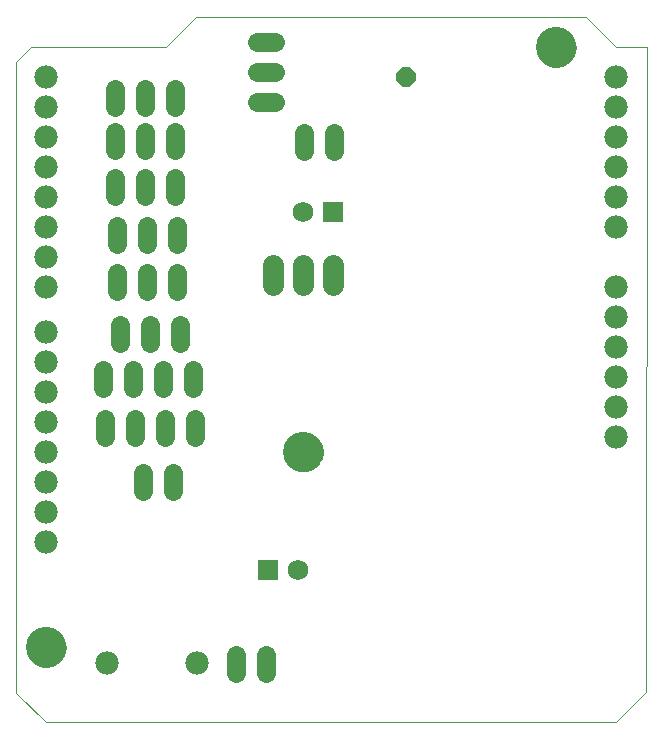
<source format=gbs>
G75*
G70*
%OFA0B0*%
%FSLAX24Y24*%
%IPPOS*%
%LPD*%
%AMOC8*
5,1,8,0,0,1.08239X$1,22.5*
%
%ADD10C,0.0000*%
%ADD11C,0.0780*%
%ADD12C,0.1340*%
%ADD13C,0.0640*%
%ADD14OC8,0.0640*%
%ADD15R,0.0690X0.0690*%
%ADD16C,0.0690*%
%ADD17C,0.0700*%
D10*
X000500Y007222D02*
X001500Y006252D01*
X020500Y006252D01*
X021500Y007252D01*
X021520Y028748D01*
X020504Y028748D01*
X019500Y029752D01*
X006500Y029752D01*
X005500Y028752D01*
X001000Y028752D01*
X000490Y028248D01*
X000500Y007222D01*
X000850Y008752D02*
X000852Y008802D01*
X000858Y008852D01*
X000868Y008902D01*
X000881Y008950D01*
X000898Y008998D01*
X000919Y009044D01*
X000943Y009088D01*
X000971Y009130D01*
X001002Y009170D01*
X001036Y009207D01*
X001073Y009242D01*
X001112Y009273D01*
X001153Y009302D01*
X001197Y009327D01*
X001243Y009349D01*
X001290Y009367D01*
X001338Y009381D01*
X001387Y009392D01*
X001437Y009399D01*
X001487Y009402D01*
X001538Y009401D01*
X001588Y009396D01*
X001638Y009387D01*
X001686Y009375D01*
X001734Y009358D01*
X001780Y009338D01*
X001825Y009315D01*
X001868Y009288D01*
X001908Y009258D01*
X001946Y009225D01*
X001981Y009189D01*
X002014Y009150D01*
X002043Y009109D01*
X002069Y009066D01*
X002092Y009021D01*
X002111Y008974D01*
X002126Y008926D01*
X002138Y008877D01*
X002146Y008827D01*
X002150Y008777D01*
X002150Y008727D01*
X002146Y008677D01*
X002138Y008627D01*
X002126Y008578D01*
X002111Y008530D01*
X002092Y008483D01*
X002069Y008438D01*
X002043Y008395D01*
X002014Y008354D01*
X001981Y008315D01*
X001946Y008279D01*
X001908Y008246D01*
X001868Y008216D01*
X001825Y008189D01*
X001780Y008166D01*
X001734Y008146D01*
X001686Y008129D01*
X001638Y008117D01*
X001588Y008108D01*
X001538Y008103D01*
X001487Y008102D01*
X001437Y008105D01*
X001387Y008112D01*
X001338Y008123D01*
X001290Y008137D01*
X001243Y008155D01*
X001197Y008177D01*
X001153Y008202D01*
X001112Y008231D01*
X001073Y008262D01*
X001036Y008297D01*
X001002Y008334D01*
X000971Y008374D01*
X000943Y008416D01*
X000919Y008460D01*
X000898Y008506D01*
X000881Y008554D01*
X000868Y008602D01*
X000858Y008652D01*
X000852Y008702D01*
X000850Y008752D01*
X009420Y015272D02*
X009422Y015322D01*
X009428Y015372D01*
X009438Y015422D01*
X009451Y015470D01*
X009468Y015518D01*
X009489Y015564D01*
X009513Y015608D01*
X009541Y015650D01*
X009572Y015690D01*
X009606Y015727D01*
X009643Y015762D01*
X009682Y015793D01*
X009723Y015822D01*
X009767Y015847D01*
X009813Y015869D01*
X009860Y015887D01*
X009908Y015901D01*
X009957Y015912D01*
X010007Y015919D01*
X010057Y015922D01*
X010108Y015921D01*
X010158Y015916D01*
X010208Y015907D01*
X010256Y015895D01*
X010304Y015878D01*
X010350Y015858D01*
X010395Y015835D01*
X010438Y015808D01*
X010478Y015778D01*
X010516Y015745D01*
X010551Y015709D01*
X010584Y015670D01*
X010613Y015629D01*
X010639Y015586D01*
X010662Y015541D01*
X010681Y015494D01*
X010696Y015446D01*
X010708Y015397D01*
X010716Y015347D01*
X010720Y015297D01*
X010720Y015247D01*
X010716Y015197D01*
X010708Y015147D01*
X010696Y015098D01*
X010681Y015050D01*
X010662Y015003D01*
X010639Y014958D01*
X010613Y014915D01*
X010584Y014874D01*
X010551Y014835D01*
X010516Y014799D01*
X010478Y014766D01*
X010438Y014736D01*
X010395Y014709D01*
X010350Y014686D01*
X010304Y014666D01*
X010256Y014649D01*
X010208Y014637D01*
X010158Y014628D01*
X010108Y014623D01*
X010057Y014622D01*
X010007Y014625D01*
X009957Y014632D01*
X009908Y014643D01*
X009860Y014657D01*
X009813Y014675D01*
X009767Y014697D01*
X009723Y014722D01*
X009682Y014751D01*
X009643Y014782D01*
X009606Y014817D01*
X009572Y014854D01*
X009541Y014894D01*
X009513Y014936D01*
X009489Y014980D01*
X009468Y015026D01*
X009451Y015074D01*
X009438Y015122D01*
X009428Y015172D01*
X009422Y015222D01*
X009420Y015272D01*
X017850Y028752D02*
X017852Y028802D01*
X017858Y028852D01*
X017868Y028902D01*
X017881Y028950D01*
X017898Y028998D01*
X017919Y029044D01*
X017943Y029088D01*
X017971Y029130D01*
X018002Y029170D01*
X018036Y029207D01*
X018073Y029242D01*
X018112Y029273D01*
X018153Y029302D01*
X018197Y029327D01*
X018243Y029349D01*
X018290Y029367D01*
X018338Y029381D01*
X018387Y029392D01*
X018437Y029399D01*
X018487Y029402D01*
X018538Y029401D01*
X018588Y029396D01*
X018638Y029387D01*
X018686Y029375D01*
X018734Y029358D01*
X018780Y029338D01*
X018825Y029315D01*
X018868Y029288D01*
X018908Y029258D01*
X018946Y029225D01*
X018981Y029189D01*
X019014Y029150D01*
X019043Y029109D01*
X019069Y029066D01*
X019092Y029021D01*
X019111Y028974D01*
X019126Y028926D01*
X019138Y028877D01*
X019146Y028827D01*
X019150Y028777D01*
X019150Y028727D01*
X019146Y028677D01*
X019138Y028627D01*
X019126Y028578D01*
X019111Y028530D01*
X019092Y028483D01*
X019069Y028438D01*
X019043Y028395D01*
X019014Y028354D01*
X018981Y028315D01*
X018946Y028279D01*
X018908Y028246D01*
X018868Y028216D01*
X018825Y028189D01*
X018780Y028166D01*
X018734Y028146D01*
X018686Y028129D01*
X018638Y028117D01*
X018588Y028108D01*
X018538Y028103D01*
X018487Y028102D01*
X018437Y028105D01*
X018387Y028112D01*
X018338Y028123D01*
X018290Y028137D01*
X018243Y028155D01*
X018197Y028177D01*
X018153Y028202D01*
X018112Y028231D01*
X018073Y028262D01*
X018036Y028297D01*
X018002Y028334D01*
X017971Y028374D01*
X017943Y028416D01*
X017919Y028460D01*
X017898Y028506D01*
X017881Y028554D01*
X017868Y028602D01*
X017858Y028652D01*
X017852Y028702D01*
X017850Y028752D01*
D11*
X020500Y027752D03*
X020500Y026752D03*
X020500Y025752D03*
X020500Y024752D03*
X020500Y023752D03*
X020500Y022752D03*
X020500Y020752D03*
X020500Y019752D03*
X020500Y018752D03*
X020500Y017752D03*
X020500Y016752D03*
X020500Y015752D03*
X006520Y008222D03*
X003520Y008222D03*
X001500Y012252D03*
X001500Y013252D03*
X001500Y014252D03*
X001500Y015252D03*
X001500Y016252D03*
X001500Y017252D03*
X001500Y018252D03*
X001500Y019252D03*
X001500Y020752D03*
X001500Y021752D03*
X001500Y022752D03*
X001500Y023752D03*
X001500Y024752D03*
X001500Y025752D03*
X001500Y026752D03*
X001500Y027752D03*
D12*
X010070Y015272D03*
X001500Y008752D03*
X018500Y028752D03*
D13*
X011090Y025902D02*
X011090Y025302D01*
X010090Y025302D02*
X010090Y025902D01*
X009120Y026922D02*
X008520Y026922D01*
X008520Y027922D02*
X009120Y027922D01*
X009120Y028922D02*
X008520Y028922D01*
X005790Y027362D02*
X005790Y026762D01*
X005790Y025942D02*
X005790Y025342D01*
X005800Y024402D02*
X005800Y023802D01*
X005850Y022792D02*
X005850Y022192D01*
X005860Y021222D02*
X005860Y020622D01*
X005950Y019482D02*
X005950Y018882D01*
X006400Y018002D02*
X006400Y017402D01*
X005400Y017402D02*
X005400Y018002D01*
X004950Y018882D02*
X004950Y019482D01*
X004860Y020622D02*
X004860Y021222D01*
X004850Y022192D02*
X004850Y022792D01*
X004800Y023802D02*
X004800Y024402D01*
X004790Y025342D02*
X004790Y025942D01*
X004790Y026762D02*
X004790Y027362D01*
X003790Y027362D02*
X003790Y026762D01*
X003790Y025942D02*
X003790Y025342D01*
X003800Y024402D02*
X003800Y023802D01*
X003850Y022792D02*
X003850Y022192D01*
X003860Y021222D02*
X003860Y020622D01*
X003950Y019482D02*
X003950Y018882D01*
X004400Y018002D02*
X004400Y017402D01*
X003400Y017402D02*
X003400Y018002D01*
X003480Y016362D02*
X003480Y015762D01*
X004480Y015762D02*
X004480Y016362D01*
X005480Y016362D02*
X005480Y015762D01*
X005740Y014552D02*
X005740Y013952D01*
X004740Y013952D02*
X004740Y014552D01*
X006480Y015762D02*
X006480Y016362D01*
X007820Y008502D02*
X007820Y007902D01*
X008820Y007902D02*
X008820Y008502D01*
D14*
X013500Y027752D03*
D15*
X011050Y023262D03*
X008900Y011332D03*
D16*
X009900Y011332D03*
X010050Y023262D03*
D17*
X010070Y021502D02*
X010070Y020842D01*
X011070Y020842D02*
X011070Y021502D01*
X009070Y021502D02*
X009070Y020842D01*
M02*

</source>
